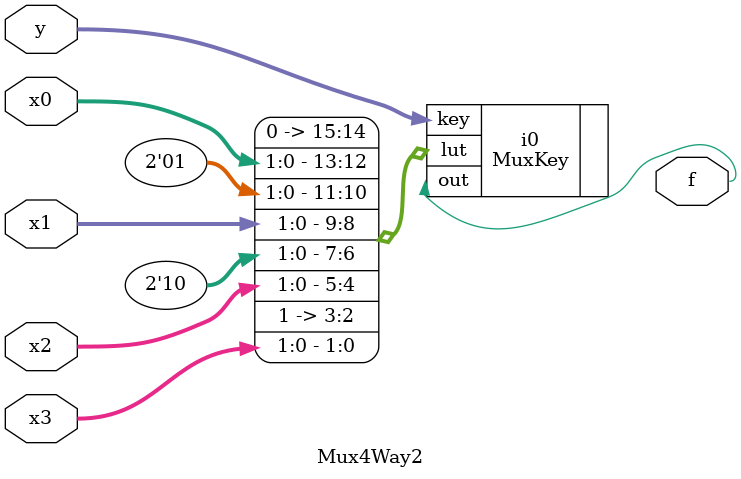
<source format=v>
module Mux4Way2 (x0, x1, x2, x3, y, f);
  input [1:0] x0;
  input [1:0] x1;
  input [1:0] x2;
  input [1:0] x3;
  input [1:0] y;
  output f;

  MuxKey #(4, 2, 2) i0 (
    .out (f),
    .key (y),
    .lut ({
          2'b00, x0,
          2'b01, x1,
          2'b10, x2,
          2'b11, x3
        })
    );

endmodule

</source>
